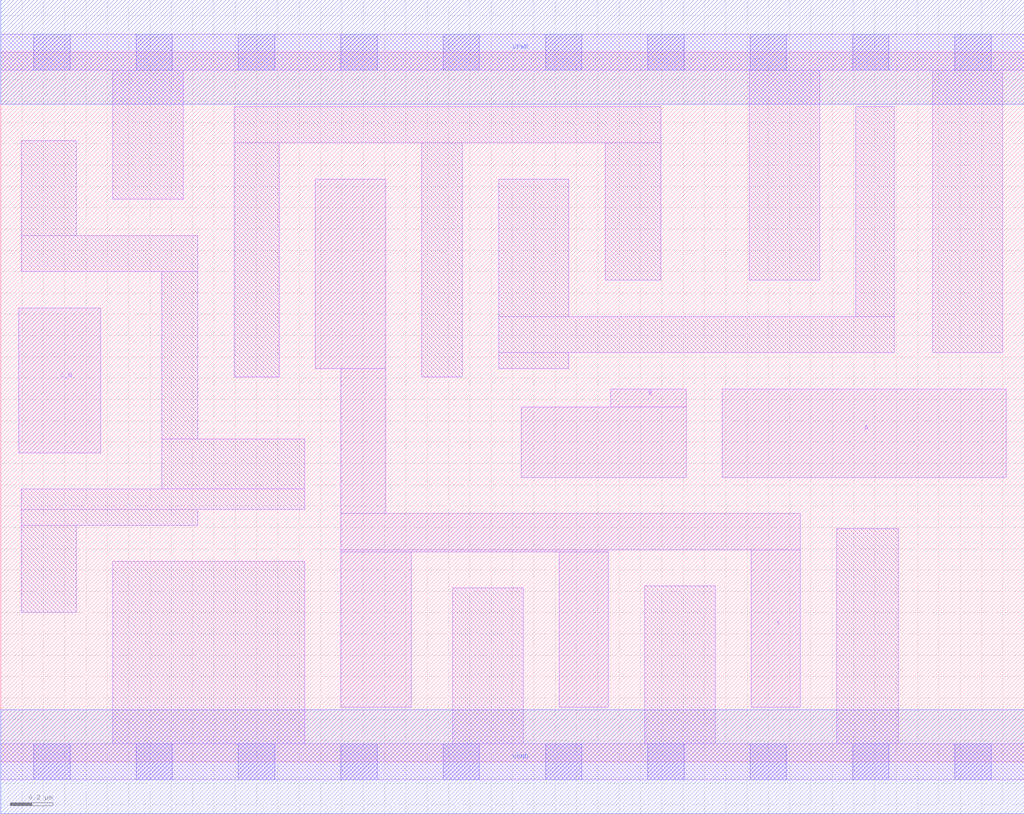
<source format=lef>
# Copyright 2020 The SkyWater PDK Authors
#
# Licensed under the Apache License, Version 2.0 (the "License");
# you may not use this file except in compliance with the License.
# You may obtain a copy of the License at
#
#     https://www.apache.org/licenses/LICENSE-2.0
#
# Unless required by applicable law or agreed to in writing, software
# distributed under the License is distributed on an "AS IS" BASIS,
# WITHOUT WARRANTIES OR CONDITIONS OF ANY KIND, either express or implied.
# See the License for the specific language governing permissions and
# limitations under the License.
#
# SPDX-License-Identifier: Apache-2.0

VERSION 5.7 ;
  NAMESCASESENSITIVE ON ;
  NOWIREEXTENSIONATPIN ON ;
  DIVIDERCHAR "/" ;
  BUSBITCHARS "[]" ;
UNITS
  DATABASE MICRONS 200 ;
END UNITS
MACRO sky130_fd_sc_lp__nor3b_2
  CLASS CORE ;
  SOURCE USER ;
  FOREIGN sky130_fd_sc_lp__nor3b_2 ;
  ORIGIN  0.000000  0.000000 ;
  SIZE  4.800000 BY  3.330000 ;
  SYMMETRY X Y R90 ;
  SITE unit ;
  PIN A
    ANTENNAGATEAREA  0.630000 ;
    DIRECTION INPUT ;
    USE SIGNAL ;
    PORT
      LAYER li1 ;
        RECT 3.385000 1.335000 4.715000 1.750000 ;
    END
  END A
  PIN B
    ANTENNAGATEAREA  0.630000 ;
    DIRECTION INPUT ;
    USE SIGNAL ;
    PORT
      LAYER li1 ;
        RECT 2.440000 1.335000 3.215000 1.665000 ;
        RECT 2.860000 1.665000 3.215000 1.750000 ;
    END
  END B
  PIN C_N
    ANTENNAGATEAREA  0.126000 ;
    DIRECTION INPUT ;
    USE SIGNAL ;
    PORT
      LAYER li1 ;
        RECT 0.085000 1.450000 0.470000 2.130000 ;
    END
  END C_N
  PIN Y
    ANTENNADIFFAREA  1.146600 ;
    DIRECTION OUTPUT ;
    USE SIGNAL ;
    PORT
      LAYER li1 ;
        RECT 1.475000 1.845000 1.805000 2.735000 ;
        RECT 1.595000 0.255000 1.925000 0.985000 ;
        RECT 1.595000 0.985000 2.850000 0.995000 ;
        RECT 1.595000 0.995000 3.750000 1.165000 ;
        RECT 1.595000 1.165000 1.805000 1.845000 ;
        RECT 2.620000 0.255000 2.850000 0.985000 ;
        RECT 3.520000 0.255000 3.750000 0.995000 ;
    END
  END Y
  PIN VGND
    DIRECTION INOUT ;
    USE GROUND ;
    PORT
      LAYER met1 ;
        RECT 0.000000 -0.245000 4.800000 0.245000 ;
    END
  END VGND
  PIN VPWR
    DIRECTION INOUT ;
    USE POWER ;
    PORT
      LAYER met1 ;
        RECT 0.000000 3.085000 4.800000 3.575000 ;
    END
  END VPWR
  OBS
    LAYER li1 ;
      RECT 0.000000 -0.085000 4.800000 0.085000 ;
      RECT 0.000000  3.245000 4.800000 3.415000 ;
      RECT 0.095000  0.700000 0.355000 1.110000 ;
      RECT 0.095000  1.110000 0.925000 1.185000 ;
      RECT 0.095000  1.185000 1.425000 1.280000 ;
      RECT 0.095000  2.300000 0.925000 2.470000 ;
      RECT 0.095000  2.470000 0.355000 2.915000 ;
      RECT 0.525000  0.085000 1.425000 0.940000 ;
      RECT 0.525000  2.640000 0.855000 3.245000 ;
      RECT 0.755000  1.280000 1.425000 1.515000 ;
      RECT 0.755000  1.515000 0.925000 2.300000 ;
      RECT 1.095000  1.805000 1.305000 2.905000 ;
      RECT 1.095000  2.905000 3.095000 3.075000 ;
      RECT 1.975000  1.805000 2.165000 2.905000 ;
      RECT 2.120000  0.085000 2.450000 0.815000 ;
      RECT 2.335000  1.845000 2.665000 1.920000 ;
      RECT 2.335000  1.920000 4.190000 2.090000 ;
      RECT 2.335000  2.090000 2.665000 2.735000 ;
      RECT 2.835000  2.260000 3.095000 2.905000 ;
      RECT 3.020000  0.085000 3.350000 0.825000 ;
      RECT 3.510000  2.260000 3.840000 3.245000 ;
      RECT 3.920000  0.085000 4.210000 1.095000 ;
      RECT 4.010000  2.090000 4.190000 3.075000 ;
      RECT 4.370000  1.920000 4.700000 3.245000 ;
    LAYER mcon ;
      RECT 0.155000 -0.085000 0.325000 0.085000 ;
      RECT 0.155000  3.245000 0.325000 3.415000 ;
      RECT 0.635000 -0.085000 0.805000 0.085000 ;
      RECT 0.635000  3.245000 0.805000 3.415000 ;
      RECT 1.115000 -0.085000 1.285000 0.085000 ;
      RECT 1.115000  3.245000 1.285000 3.415000 ;
      RECT 1.595000 -0.085000 1.765000 0.085000 ;
      RECT 1.595000  3.245000 1.765000 3.415000 ;
      RECT 2.075000 -0.085000 2.245000 0.085000 ;
      RECT 2.075000  3.245000 2.245000 3.415000 ;
      RECT 2.555000 -0.085000 2.725000 0.085000 ;
      RECT 2.555000  3.245000 2.725000 3.415000 ;
      RECT 3.035000 -0.085000 3.205000 0.085000 ;
      RECT 3.035000  3.245000 3.205000 3.415000 ;
      RECT 3.515000 -0.085000 3.685000 0.085000 ;
      RECT 3.515000  3.245000 3.685000 3.415000 ;
      RECT 3.995000 -0.085000 4.165000 0.085000 ;
      RECT 3.995000  3.245000 4.165000 3.415000 ;
      RECT 4.475000 -0.085000 4.645000 0.085000 ;
      RECT 4.475000  3.245000 4.645000 3.415000 ;
  END
END sky130_fd_sc_lp__nor3b_2
END LIBRARY

</source>
